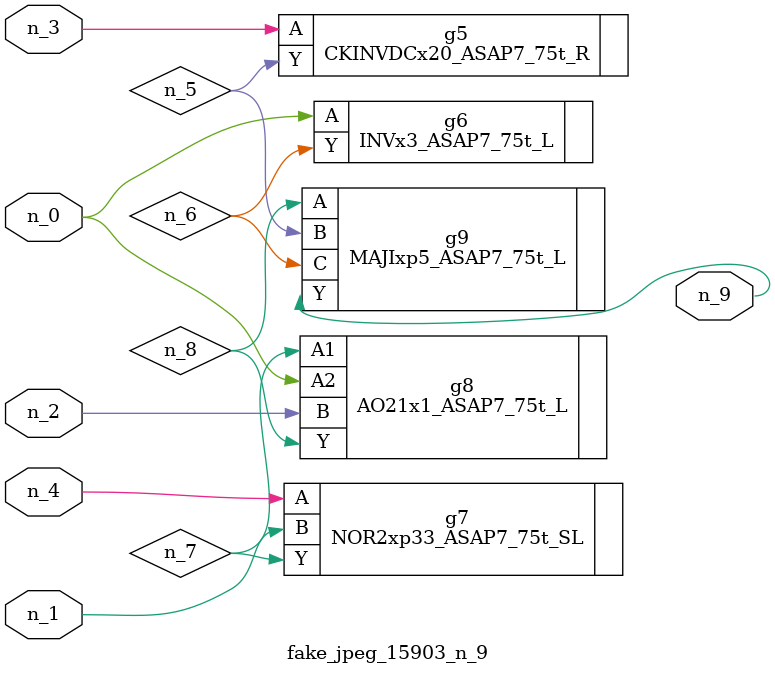
<source format=v>
module fake_jpeg_15903_n_9 (n_3, n_2, n_1, n_0, n_4, n_9);

input n_3;
input n_2;
input n_1;
input n_0;
input n_4;

output n_9;

wire n_8;
wire n_6;
wire n_5;
wire n_7;

CKINVDCx20_ASAP7_75t_R g5 ( 
.A(n_3),
.Y(n_5)
);

INVx3_ASAP7_75t_L g6 ( 
.A(n_0),
.Y(n_6)
);

NOR2xp33_ASAP7_75t_SL g7 ( 
.A(n_4),
.B(n_1),
.Y(n_7)
);

AO21x1_ASAP7_75t_L g8 ( 
.A1(n_7),
.A2(n_0),
.B(n_2),
.Y(n_8)
);

MAJIxp5_ASAP7_75t_L g9 ( 
.A(n_8),
.B(n_5),
.C(n_6),
.Y(n_9)
);


endmodule
</source>
